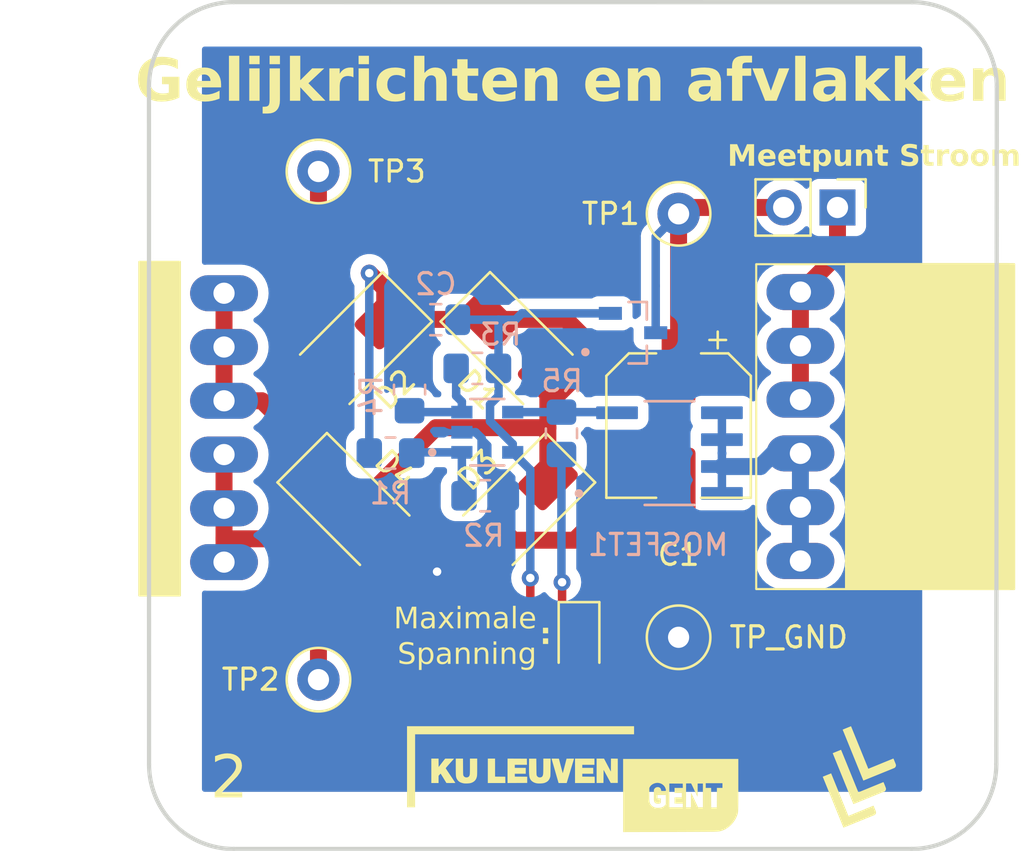
<source format=kicad_pcb>
(kicad_pcb (version 20221018) (generator pcbnew)
  (layers (0 "F.Cu" signal) (31 "B.Cu" signal) (34 "B.Paste" user) (35 "F.Paste" user) (36 "B.SilkS" user "B.Silkscreen") (37 "F.SilkS" user "F.Silkscreen") (38 "B.Mask" user) (39 "F.Mask" user) (44 "Edge.Cuts" user))
  (net 0 "")
  (net 1 "/VDC")
  (net 2 "GND")
  (net 3 "Net-(D1-A)")
  (net 4 "Net-(D2-A)")
  (net 5 "Net-(C2-P$1)")
  (net 6 "Net-(COMP1--IN)")
  (net 7 "Net-(COMP1-+IN)")
  (net 8 "Net-(COMP1-OUT)")
  (net 9 "/DRAIN")
  (net 10 "Net-(D5-K)")
  (net 11 "Net-(J1-Pin_4)")
  (footprint "Diode_SMD:D_SMA" (layer "F.Cu") (at 109.714214 64 -45)
    (fp_text reference "D4" (at 0 -2.687006 135) (layer "F.SilkS"))
    (fp_text value "MRA4007T3G")
    (pad "1" smd roundrect (at -2 0 315) (size 2.5 1.8) (layers "F.Cu" "F.Paste" "F.Mask") (roundrect_rratio 0.1388888889) (net 4 "Net-(D2-A)"))
    (pad "2" smd roundrect (at 2 0 315) (size 2.5 1.8) (layers "F.Cu" "F.Paste" "F.Mask") (roundrect_rratio 0.1388888889) (net 2 "GND"))
  )
  (footprint "TestPoint:TestPoint_Loop_D1.80mm_Drill1.0mm_Beaded" (layer "F.Cu") (at 125 50)
    (fp_text reference "TP1" (at -3.2 0) (layer "F.SilkS"))
    (fp_text value "TestPoint_Small")
    (pad "1" thru_hole circle (at 0 0) (size 2 2) (drill 1) (layers "*.Cu" "*.Mask") (net 1 "/VDC"))
  )
  (footprint "Connector_PinHeader_2.54mm:PinHeader_1x02_P2.54mm_Vertical" (layer "F.Cu") (at 132.5 49.7 -90)
    (fp_text reference "J3")
    (fp_text value "CurrentSense")
    (pad "1" thru_hole rect (at 0 0 270) (size 1.7 1.7) (drill 1) (layers "*.Cu" "*.Mask") (net 11 "Net-(J1-Pin_4)"))
    (pad "2" thru_hole oval (at 0 2.54 270) (size 1.7 1.7) (drill 1) (layers "*.Cu" "*.Mask") (net 1 "/VDC"))
  )
  (footprint "Library:Connector_Female_LLL" (layer "F.Cu") (at 131 60 180)
    (fp_text reference "J1")
    (fp_text value "Conn_01x06_Socket")
    (pad "1" thru_hole oval (at 0.25 -6.39452 180) (size 3.2 1.7) (drill 1) (layers "*.Cu" "*.Mask") (net 9 "/DRAIN"))
    (pad "2" thru_hole oval (at 0.25 -3.85452 180) (size 3.2 1.7) (drill 1) (layers "*.Cu" "*.Mask") (net 9 "/DRAIN"))
    (pad "3" thru_hole oval (at 0.25 -1.31452 180) (size 3.2 1.7) (drill 1) (layers "*.Cu" "*.Mask") (net 9 "/DRAIN"))
    (pad "4" thru_hole oval (at 0.25 1.22548 180) (size 3.2 1.7) (drill 1) (layers "*.Cu" "*.Mask") (net 11 "Net-(J1-Pin_4)"))
    (pad "5" thru_hole oval (at 0.25 3.76548 180) (size 3.2 1.7) (drill 1) (layers "*.Cu" "*.Mask") (net 11 "Net-(J1-Pin_4)"))
    (pad "6" thru_hole oval (at 0.25 6.30548 180) (size 3.2 1.7) (drill 1) (layers "*.Cu" "*.Mask") (net 11 "Net-(J1-Pin_4)"))
  )
  (footprint "TestPoint:TestPoint_Loop_D1.80mm_Drill1.0mm_Beaded" (layer "F.Cu") (at 108 72)
    (fp_text reference "TP2" (at -3.2 0) (layer "F.SilkS"))
    (fp_text value "TestPoint_Small")
    (pad "1" thru_hole circle (at 0 0) (size 2 2) (drill 1) (layers "*.Cu" "*.Mask") (net 3 "Net-(D1-A)"))
  )
  (footprint "Diode_SMD:D_SMA" (layer "F.Cu") (at 117.414214 56.4 -45)
    (fp_text reference "D1" (at 0 2.687006 135) (layer "F.SilkS"))
    (fp_text value "MRA4007T3G")
    (pad "1" smd roundrect (at -2 0 315) (size 2.5 1.8) (layers "F.Cu" "F.Paste" "F.Mask") (roundrect_rratio 0.1388888889) (net 1 "/VDC"))
    (pad "2" smd roundrect (at 2 0 315) (size 2.5 1.8) (layers "F.Cu" "F.Paste" "F.Mask") (roundrect_rratio 0.1388888889) (net 3 "Net-(D1-A)"))
  )
  (footprint "Diode_SMD:D_SMA" (layer "F.Cu") (at 109.714214 56.4 -135)
    (fp_text reference "D2" (at 0 -2.687006 45) (layer "F.SilkS"))
    (fp_text value "MRA4007T3G")
    (pad "1" smd roundrect (at -2 0 225) (size 2.5 1.8) (layers "F.Cu" "F.Paste" "F.Mask") (roundrect_rratio 0.1388888889) (net 1 "/VDC"))
    (pad "2" smd roundrect (at 2 0 225) (size 2.5 1.8) (layers "F.Cu" "F.Paste" "F.Mask") (roundrect_rratio 0.1388888889) (net 4 "Net-(D2-A)"))
  )
  (footprint "Diode_SMD:D_SMA" (layer "F.Cu") (at 117.414214 64 -135)
    (fp_text reference "D3" (at 0 2.687006 45) (layer "F.SilkS"))
    (fp_text value "MRA4007T3G")
    (pad "1" smd roundrect (at -2 0 225) (size 2.5 1.8) (layers "F.Cu" "F.Paste" "F.Mask") (roundrect_rratio 0.1388888889) (net 3 "Net-(D1-A)"))
    (pad "2" smd roundrect (at 2 0 225) (size 2.5 1.8) (layers "F.Cu" "F.Paste" "F.Mask") (roundrect_rratio 0.1388888889) (net 2 "GND"))
  )
  (footprint "LED_SMD:LED_0805_2012Metric_Pad1.15x1.40mm_HandSolder" (layer "F.Cu") (at 120.3 70.2 -90)
    (fp_text reference "D5")
    (fp_text value "LED")
    (pad "1" smd roundrect (at -1.025 0 270) (size 1.15 1.4) (layers "F.Cu" "F.Paste" "F.Mask") (roundrect_rratio 0.2173913043) (net 10 "Net-(D5-K)"))
    (pad "2" smd roundrect (at 1.025 0 270) (size 1.15 1.4) (layers "F.Cu" "F.Paste" "F.Mask") (roundrect_rratio 0.2173913043) (net 5 "Net-(C2-P$1)"))
  )
  (footprint "Library:LLL_logo_kicad_small" (layer "F.Cu") (at 133.5 76.7)
    (fp_text reference "G***")
    (fp_text value "LOGO" hide)
  )
  (footprint "Capacitor_SMD:CP_Elec_6.3x5.9" (layer "F.Cu") (at 125 60 -90)
    (fp_text reference "C1" (at 6.1 0 -180) (layer "F.SilkS"))
    (fp_text value "C_Polarized_Small")
    (pad "1" smd roundrect (at -2.8 0 270) (size 3.5 1.6) (layers "F.Cu" "F.Paste" "F.Mask") (roundrect_rratio 0.15625) (net 1 "/VDC"))
    (pad "2" smd roundrect (at 2.8 0 270) (size 3.5 1.6) (layers "F.Cu" "F.Paste" "F.Mask") (roundrect_rratio 0.15625) (net 2 "GND"))
  )
  (footprint "Library:KUL_Gent_logo_kicad_small" (layer "F.Cu") (at 120 76.7)
    (fp_text reference "G***")
    (fp_text value "LOGO" hide)
  )
  (footprint "TestPoint:TestPoint_Loop_D1.80mm_Drill1.0mm_Beaded" (layer "F.Cu") (at 108 48)
    (fp_text reference "TP3" (at 3.7 0) (layer "F.SilkS"))
    (fp_text value "TestPoint_Small")
    (pad "1" thru_hole circle (at 0 0) (size 2 2) (drill 1) (layers "*.Cu" "*.Mask") (net 4 "Net-(D2-A)"))
  )
  (footprint "Library:Connector_Male_LLL" (layer "F.Cu") (at 100.8 60.1 180)
    (fp_text reference "J2" hide)
    (fp_text value "Conn_01x06_Pin")
    (pad "1" thru_hole oval (at -2.7432 -6.35 180) (size 3.2 1.7) (drill 1) (layers "*.Cu" "*.Mask") (net 3 "Net-(D1-A)"))
    (pad "2" thru_hole oval (at -2.7432 -3.81 180) (size 3.2 1.7) (drill 1) (layers "*.Cu" "*.Mask") (net 3 "Net-(D1-A)"))
    (pad "3" thru_hole oval (at -2.7432 -1.27 180) (size 3.2 1.7) (drill 1) (layers "*.Cu" "*.Mask") (net 3 "Net-(D1-A)"))
    (pad "4" thru_hole oval (at -2.7432 1.27 180) (size 3.2 1.7) (drill 1) (layers "*.Cu" "*.Mask") (net 4 "Net-(D2-A)"))
    (pad "5" thru_hole oval (at -2.7432 3.81 180) (size 3.2 1.7) (drill 1) (layers "*.Cu" "*.Mask") (net 4 "Net-(D2-A)"))
    (pad "6" thru_hole oval (at -2.7432 6.35 180) (size 3.2 1.7) (drill 1) (layers "*.Cu" "*.Mask") (net 4 "Net-(D2-A)"))
  )
  (footprint "TestPoint:TestPoint_Loop_D2.50mm_Drill1.0mm" (layer "F.Cu") (at 125 70)
    (fp_text reference "TP_GND" (at 5.2 0) (layer "F.SilkS"))
    (fp_text value "TestPoint_Small")
    (pad "1" thru_hole circle (at 0 0) (size 2 2) (drill 1) (layers "*.Cu" "*.Mask") (net 2 "GND"))
  )
  (footprint "Resistor_SMD:R_0805_2012Metric_Pad1.20x1.40mm_HandSolder" (layer "B.Cu") (at 115.5 57.3)
    (fp_text reference "R3" (at 1.1 -1.6) (layer "B.SilkS") (effects (justify mirror)))
    (fp_text value "RESISTOR0603" hide)
    (pad "1" smd roundrect (at -1 0) (size 1.2 1.4) (layers "B.Cu" "B.Paste" "B.Mask") (roundrect_rratio 0.2083333333) (net 7 "Net-(COMP1-+IN)"))
    (pad "2" smd roundrect (at 1 0) (size 1.2 1.4) (layers "B.Cu" "B.Paste" "B.Mask") (roundrect_rratio 0.2083333333) (net 5 "Net-(C2-P$1)"))
  )
  (footprint "Library:SOT95P280X125-5N" (layer "B.Cu") (at 115.97 60.315)
    (fp_text reference "COMP1" hide)
    (fp_text value "BA8391G-TR")
    (pad "1" smd rect (at -1.2 0.95) (size 1 0.6) (layers "B.Cu" "B.Paste" "B.Mask") (net 6 "Net-(COMP1--IN)"))
    (pad "2" smd rect (at -1.2 0) (size 1 0.6) (layers "B.Cu" "B.Paste" "B.Mask") (net 2 "GND"))
    (pad "3" smd rect (at -1.2 -0.95) (size 1 0.6) (layers "B.Cu" "B.Paste" "B.Mask") (net 7 "Net-(COMP1-+IN)"))
    (pad "4" smd rect (at 1.2 -0.95) (size 1 0.6) (layers "B.Cu" "B.Paste" "B.Mask") (net 8 "Net-(COMP1-OUT)"))
    (pad "5" smd rect (at 1.2 0.95) (size 1 0.6) (layers "B.Cu" "B.Paste" "B.Mask") (net 5 "Net-(C2-P$1)"))
  )
  (footprint "Resistor_SMD:R_0805_2012Metric_Pad1.20x1.40mm_HandSolder" (layer "B.Cu") (at 115.87 63.315 180)
    (fp_text reference "R2" (at 0.07 -1.885) (layer "B.SilkS") (effects (justify mirror)))
    (fp_text value "RESISTOR0603")
    (pad "1" smd roundrect (at -1 0 180) (size 1.2 1.4) (layers "B.Cu" "B.Paste" "B.Mask") (roundrect_rratio 0.2083333333) (net 2 "GND"))
    (pad "2" smd roundrect (at 1 0 180) (size 1.2 1.4) (layers "B.Cu" "B.Paste" "B.Mask") (roundrect_rratio 0.2083333333) (net 6 "Net-(COMP1--IN)"))
  )
  (footprint "Capacitor_SMD:C_0805_2012Metric_Pad1.18x1.45mm_HandSolder" (layer "B.Cu") (at 113.5375 55 180)
    (fp_text reference "C2" (at 0 1.68) (layer "B.SilkS") (effects (justify mirror)))
    (fp_text value "10u")
    (pad "1" smd roundrect (at -1.0375 0 180) (size 1.175 1.45) (layers "B.Cu" "B.Paste" "B.Mask") (roundrect_rratio 0.2127659574) (net 5 "Net-(C2-P$1)"))
    (pad "2" smd roundrect (at 1.0375 0 180) (size 1.175 1.45) (layers "B.Cu" "B.Paste" "B.Mask") (roundrect_rratio 0.2127659574) (net 2 "GND"))
  )
  (footprint "Library:SOT91P240X110-3N" (layer "B.Cu") (at 122.85 55.615)
    (fp_text reference "U1")
    (fp_text value "ZXTR2105FQ")
    (pad "1" smd rect (at -1.07 0.915) (size 1.09 0.61) (layers "B.Cu" "B.Paste" "B.Mask") (net 2 "GND"))
    (pad "2" smd rect (at -1.07 -0.915) (size 1.09 0.61) (layers "B.Cu" "B.Paste" "B.Mask") (net 5 "Net-(C2-P$1)"))
    (pad "3" smd rect (at 1.07 0) (size 1.09 0.61) (layers "B.Cu" "B.Paste" "B.Mask") (net 1 "/VDC"))
  )
  (footprint "Resistor_SMD:R_0805_2012Metric_Pad1.20x1.40mm_HandSolder" (layer "B.Cu") (at 119.47 60.365 -90)
    (fp_text reference "R5" (at -2.465 -0.03 -180) (layer "B.SilkS") (effects (justify mirror)))
    (fp_text value "470")
    (pad "1" smd roundrect (at -1 0 270) (size 1.2 1.4) (layers "B.Cu" "B.Paste" "B.Mask") (roundrect_rratio 0.2083333333) (net 8 "Net-(COMP1-OUT)"))
    (pad "2" smd roundrect (at 1 0 270) (size 1.2 1.4) (layers "B.Cu" "B.Paste" "B.Mask") (roundrect_rratio 0.2083333333) (net 10 "Net-(D5-K)"))
  )
  (footprint "Library:SOIC127P600X175-8N" (layer "B.Cu") (at 124.57 61.3)
    (fp_text reference "MOSFET1" (at -0.535 4.335) (layer "B.SilkS") (effects (justify mirror)))
    (fp_text value "N-MOSFET-SO8S")
    (pad "1" smd roundrect (at -2.475 1.905) (size 1.97 0.6) (layers "B.Cu" "B.Paste" "B.Mask") (roundrect_rratio 0.07) (net 2 "GND"))
    (pad "2" smd roundrect (at -2.475 0.635) (size 1.97 0.6) (layers "B.Cu" "B.Paste" "B.Mask") (roundrect_rratio 0.07) (net 2 "GND"))
    (pad "3" smd roundrect (at -2.475 -0.635) (size 1.97 0.6) (layers "B.Cu" "B.Paste" "B.Mask") (roundrect_rratio 0.07) (net 2 "GND"))
    (pad "4" smd roundrect (at -2.475 -1.905) (size 1.97 0.6) (layers "B.Cu" "B.Paste" "B.Mask") (roundrect_rratio 0.07) (net 8 "Net-(COMP1-OUT)"))
    (pad "5" smd roundrect (at 2.475 -1.905) (size 1.97 0.6) (layers "B.Cu" "B.Paste" "B.Mask") (roundrect_rratio 0.07) (net 9 "/DRAIN"))
    (pad "6" smd roundrect (at 2.475 -0.635) (size 1.97 0.6) (layers "B.Cu" "B.Paste" "B.Mask") (roundrect_rratio 0.07) (net 9 "/DRAIN"))
    (pad "7" smd roundrect (at 2.475 0.635) (size 1.97 0.6) (layers "B.Cu" "B.Paste" "B.Mask") (roundrect_rratio 0.07) (net 9 "/DRAIN"))
    (pad "8" smd roundrect (at 2.475 1.905) (size 1.97 0.6) (layers "B.Cu" "B.Paste" "B.Mask") (roundrect_rratio 0.07) (net 9 "/DRAIN"))
  )
  (footprint "Resistor_SMD:R_0805_2012Metric_Pad1.20x1.40mm_HandSolder" (layer "B.Cu") (at 111.4 61.3 180)
    (fp_text reference "R1" (at 0 -1.9) (layer "B.SilkS") (effects (justify mirror)))
    (fp_text value "RESISTOR0603")
    (pad "1" smd roundrect (at -1 0 180) (size 1.2 1.4) (layers "B.Cu" "B.Paste" "B.Mask") (roundrect_rratio 0.2083333333) (net 6 "Net-(COMP1--IN)"))
    (pad "2" smd roundrect (at 1 0 180) (size 1.2 1.4) (layers "B.Cu" "B.Paste" "B.Mask") (roundrect_rratio 0.2083333333) (net 1 "/VDC"))
  )
  (footprint "Resistor_SMD:R_0805_2012Metric_Pad1.20x1.40mm_HandSolder" (layer "B.Cu") (at 112.3 58.3 -90)
    (fp_text reference "R4" (at 0.3 1.8 90) (layer "B.SilkS") (effects (justify mirror)))
    (fp_text value "RESISTOR0603")
    (pad "1" smd roundrect (at -1 0 270) (size 1.2 1.4) (layers "B.Cu" "B.Paste" "B.Mask") (roundrect_rratio 0.2083333333) (net 2 "GND"))
    (pad "2" smd roundrect (at 1 0 270) (size 1.2 1.4) (layers "B.Cu" "B.Paste" "B.Mask") (roundrect_rratio 0.2083333333) (net 7 "Net-(COMP1-+IN)"))
  )
  (gr_line (start 139.996573 75.996573) (end 140.021573 44.003427) (stroke (width 0.2)) (layer "Edge.Cuts"))
  (gr_line (start 104 40) (end 136.021573 40.003427) (stroke (width 0.2)) (layer "Edge.Cuts"))
  (gr_line (start 104.003427 79.996573) (end 135.996573 79.996573) (stroke (width 0.2)) (layer "Edge.Cuts"))
  (gr_arc (start 139.996573 75.996573) (mid 138.825 78.825) (end 135.996573 79.996573) (stroke (width 0.2)) (layer "Edge.Cuts"))
  (gr_line (start 100 44) (end 100.003427 75.996573) (stroke (width 0.2)) (layer "Edge.Cuts"))
  (gr_arc (start 136.021573 40.003427) (mid 138.85 41.175) (end 140.021573 44.003427) (stroke (width 0.2)) (layer "Edge.Cuts"))
  (gr_arc (start 100 44) (mid 101.171573 41.171573) (end 104 40) (stroke (width 0.2)) (layer "Edge.Cuts"))
  (gr_arc (start 104.003427 79.996573) (mid 101.175 78.825) (end 100.003427 75.996573) (stroke (width 0.2)) (layer "Edge.Cuts"))
  (gr_text "2" (at 102.9 77.9) (layer "F.SilkS") (effects (font (size 2 2)) (justify left bottom)))
  (gr_text ":" (at 119 69.9) (layer "F.SilkS") (effects (font (size 1 1) (thickness 0.16) bold) (justify right)))
  (gr_text "Maximale\nSpanning" (at 118.3 70) (layer "F.SilkS") (effects (font (size 1 1) (thickness 0.16)) (justify right)))
  (gr_text "Gelijkrichten en afvlakken" (at 120 45) (layer "F.SilkS") (effects (font (size 2 2) (thickness 0.3) bold) (justify bottom)))
  (gr_text "Meetpunt Stroom\n" (at 127.3 47.9) (layer "F.SilkS") (effects (font (size 1 1) (thickness 0.25) bold) (justify left bottom)))
  (segment (start 116 54.985786) (end 119.685786 54.985786) (width 0.8) (layer "F.Cu") (net 1))
  (segment (start 111.128428 54.985786) (end 111.128428 53.528428) (width 0.8) (layer "F.Cu") (net 1))
  (segment (start 119.685786 54.985786) (end 121.8 57.1) (width 0.8) (layer "F.Cu") (net 1))
  (segment (start 125 57.2) (end 125 50) (width 0.8) (layer "F.Cu") (net 1))
  (segment (start 121.8 57.1) (end 124.9 57.1) (width 0.8) (layer "F.Cu") (net 1))
  (segment (start 124.9 57.1) (end 125 57.2) (width 0.8) (layer "F.Cu") (net 1))
  (segment (start 129.96 49.7) (end 125.3 49.7) (width 0.8) (layer "F.Cu") (net 1))
  (segment (start 111.128428 53.528428) (end 110.4 52.8) (width 0.8) (layer "F.Cu") (net 1))
  (segment (start 111.128428 54.985786) (end 116 54.985786) (width 0.8) (layer "F.Cu") (net 1))
  (segment (start 125.3 49.7) (end 125 50) (width 0.8) (layer "F.Cu") (net 1))
  (via (at 110.4 52.8) (size 0.8) (drill 0.4) (layers "F.Cu" "B.Cu") (net 1))
  (segment (start 123.92 55.615) (end 123.92 53.4) (width 0.4) (layer "B.Cu") (net 1))
  (segment (start 123.92 51.08) (end 125 50) (width 0.4) (layer "B.Cu") (net 1))
  (segment (start 110.4 55.3) (end 110.4 52.8) (width 0.4) (layer "B.Cu") (net 1))
  (segment (start 110.4 61.3) (end 110.4 55.3) (width 0.4) (layer "B.Cu") (net 1))
  (segment (start 123.92 53.4) (end 123.92 51.08) (width 0.4) (layer "B.Cu") (net 1))
  (segment (start 120.085786 65.414214) (end 122.7 62.8) (width 0.8) (layer "F.Cu") (net 2))
  (segment (start 113.6 65.414214) (end 116 65.414214) (width 0.8) (layer "F.Cu") (net 2))
  (segment (start 111.128428 65.414214) (end 113.6 65.414214) (width 0.8) (layer "F.Cu") (net 2))
  (segment (start 122.7 62.8) (end 125 62.8) (width 0.8) (layer "F.Cu") (net 2))
  (segment (start 116 65.414214) (end 120.085786 65.414214) (width 0.8) (layer "F.Cu") (net 2))
  (segment (start 125 62.8) (end 125 70) (width 0.8) (layer "F.Cu") (net 2))
  (segment (start 113.6 66.9) (end 113.6 65.414214) (width 0.4) (layer "F.Cu") (net 2))
  (via (at 113.6 66.9) (size 0.8) (drill 0.4) (layers "F.Cu" "B.Cu") (net 2))
  (segment (start 112.5 56.3) (end 112.5 55) (width 0.4) (layer "B.Cu") (net 2))
  (segment (start 112.3 56.5) (end 112.5 56.3) (width 0.4) (layer "B.Cu") (net 2))
  (segment (start 114.77 60.315) (end 115.42 60.315) (width 0.4) (layer "B.Cu") (net 2))
  (segment (start 115.42 60.315) (end 115.7 60.595) (width 0.4) (layer "B.Cu") (net 2))
  (segment (start 116.87 63.315) (end 116.87 64.43) (width 0.4) (layer "B.Cu") (net 2))
  (segment (start 112.3 57.3) (end 112.3 56.5) (width 0.4) (layer "B.Cu") (net 2))
  (segment (start 116.87 64.43) (end 116.3 65) (width 0.4) (layer "B.Cu") (net 2))
  (segment (start 115.7 62.145) (end 116.87 63.315) (width 0.4) (layer "B.Cu") (net 2))
  (segment (start 115.7 60.595) (end 115.7 62.145) (width 0.4) (layer "B.Cu") (net 2))
  (segment (start 118.828428 57.814214) (end 118.828428 60.1) (width 0.8) (layer "F.Cu") (net 3))
  (segment (start 103.5432 61.37) (end 103.5432 63.91) (width 0.8) (layer "F.Cu") (net 3))
  (segment (start 113.55 60.1) (end 118.828428 60.1) (width 0.8) (layer "F.Cu") (net 3))
  (segment (start 108 72) (end 108 65.65) (width 0.8) (layer "F.Cu") (net 3))
  (segment (start 108 65.65) (end 108.3 65.35) (width 0.8) (layer "F.Cu") (net 3))
  (segment (start 103.5432 65.35) (end 108.3 65.35) (width 0.8) (layer "F.Cu") (net 3))
  (segment (start 108.3 65.35) (end 113.55 60.1) (width 0.8) (layer "F.Cu") (net 3))
  (segment (start 118.828428 60.1) (end 118.828428 62.585786) (width 0.8) (layer "F.Cu") (net 3))
  (segment (start 103.5432 65.35) (end 103.5432 63.91) (width 0.8) (layer "F.Cu") (net 3))
  (segment (start 103.5432 66.45) (end 103.5432 65.35) (width 0.8) (layer "F.Cu") (net 3))
  (segment (start 103.5432 58.83) (end 105.33 58.83) (width 0.8) (layer "F.Cu") (net 4))
  (segment (start 106.5 60) (end 108.3 60) (width 0.8) (layer "F.Cu") (net 4))
  (segment (start 108.3 57.814214) (end 108.3 60) (width 0.8) (layer "F.Cu") (net 4))
  (segment (start 108 48) (end 108 57.514214) (width 0.8) (layer "F.Cu") (net 4))
  (segment (start 108.3 60) (end 108.3 62.585786) (width 0.8) (layer "F.Cu") (net 4))
  (segment (start 105.33 58.83) (end 106.5 60) (width 0.8) (layer "F.Cu") (net 4))
  (segment (start 103.5432 53.75) (end 103.5432 56.29) (width 0.8) (layer "F.Cu") (net 4))
  (segment (start 103.5432 58.83) (end 103.5432 56.29) (width 0.8) (layer "F.Cu") (net 4))
  (segment (start 108 57.514214) (end 108.3 57.814214) (width 0.8) (layer "F.Cu") (net 4))
  (segment (start 118 67.2) (end 118 70.2) (width 0.4) (layer "F.Cu") (net 5))
  (segment (start 119.025 71.225) (end 120.3 71.225) (width 0.4) (layer "F.Cu") (net 5))
  (segment (start 118 70.2) (end 119.025 71.225) (width 0.4) (layer "F.Cu") (net 5))
  (via (at 118 67.2) (size 0.8) (drill 0.4) (layers "F.Cu" "B.Cu") (net 5))
  (segment (start 116.5 57.3) (end 116.5 55) (width 0.4) (layer "B.Cu") (net 5))
  (segment (start 116.5 58.6) (end 116.1 59) (width 0.4) (layer "B.Cu") (net 5))
  (segment (start 116.5 55) (end 117.3 55) (width 0.4) (layer "B.Cu") (net 5))
  (segment (start 114.575 55) (end 116.5 55) (width 0.4) (layer "B.Cu") (net 5))
  (segment (start 117.3 55) (end 117.6 54.7) (width 0.4) (layer "B.Cu") (net 5))
  (segment (start 118 62.095) (end 118 67.2) (width 0.4) (layer "B.Cu") (net 5))
  (segment (start 117.6 54.7) (end 121.78 54.7) (width 0.4) (layer "B.Cu") (net 5))
  (segment (start 117.17 61.265) (end 118 62.095) (width 0.4) (layer "B.Cu") (net 5))
  (segment (start 116.1 59.8) (end 117.17 60.87) (width 0.4) (layer "B.Cu") (net 5))
  (segment (start 117.17 60.87) (end 117.17 61.265) (width 0.4) (layer "B.Cu") (net 5))
  (segment (start 116.5 57.3) (end 116.5 58.6) (width 0.4) (layer "B.Cu") (net 5))
  (segment (start 116.1 59) (end 116.1 59.8) (width 0.4) (layer "B.Cu") (net 5))
  (segment (start 114.77 61.265) (end 114.77 63.215) (width 0.4) (layer "B.Cu") (net 6))
  (segment (start 112.435 61.265) (end 112.4 61.3) (width 0.4) (layer "B.Cu") (net 6))
  (segment (start 114.77 61.265) (end 112.435 61.265) (width 0.4) (layer "B.Cu") (net 6))
  (segment (start 114.77 63.215) (end 114.87 63.315) (width 0.4) (layer "B.Cu") (net 6))
  (segment (start 114.77 59.365) (end 112.365 59.365) (width 0.4) (layer "B.Cu") (net 7))
  (segment (start 114.5 58.6) (end 114.5 57.3) (width 0.4) (layer "B.Cu") (net 7))
  (segment (start 112.365 59.365) (end 112.3 59.3) (width 0.4) (layer "B.Cu") (net 7))
  (segment (start 114.77 59.365) (end 114.77 58.87) (width 0.4) (layer "B.Cu") (net 7))
  (segment (start 114.77 58.87) (end 114.5 58.6) (width 0.4) (layer "B.Cu") (net 7))
  (segment (start 119.47 59.365) (end 122.065 59.365) (width 0.4) (layer "B.Cu") (net 8))
  (segment (start 117.17 59.365) (end 119.47 59.365) (width 0.4) (layer "B.Cu") (net 8))
  (segment (start 122.065 59.365) (end 122.095 59.395) (width 0.4) (layer "B.Cu") (net 8))
  (segment (start 127.045 61.3) (end 127.05952 61.31452) (width 0.4) (layer "B.Cu") (net 9))
  (segment (start 127.045 60.665) (end 127.045 61.3) (width 0.4) (layer "B.Cu") (net 9))
  (segment (start 130.75 61.31452) (end 130.75 63.85452) (width 0.8) (layer "B.Cu") (net 9))
  (segment (start 129.48548 61.31452) (end 128.865 61.935) (width 0.8) (layer "B.Cu") (net 9))
  (segment (start 127.045 61.935) (end 127.045 63.205) (width 0.4) (layer "B.Cu") (net 9))
  (segment (start 130.75 63.85452) (end 130.75 66.39452) (width 0.8) (layer "B.Cu") (net 9))
  (segment (start 130.75 61.31452) (end 129.48548 61.31452) (width 0.8) (layer "B.Cu") (net 9))
  (segment (start 128.865 61.935) (end 127.045 61.935) (width 0.8) (layer "B.Cu") (net 9))
  (segment (start 127.045 61.3) (end 127.045 61.935) (width 0.4) (layer "B.Cu") (net 9))
  (segment (start 127.045 59.395) (end 127.045 60.665) (width 0.4) (layer "B.Cu") (net 9))
  (segment (start 119.5 67.4) (end 119.5 68.375) (width 0.4) (layer "F.Cu") (net 10))
  (segment (start 119.5 68.375) (end 120.3 69.175) (width 0.4) (layer "F.Cu") (net 10))
  (via (at 119.5 67.4) (size 0.8) (drill 0.4) (layers "F.Cu" "B.Cu") (net 10))
  (segment (start 119.47 61.365) (end 119.47 67.03) (width 0.4) (layer "B.Cu") (net 10))
  (segment (start 132.5 49.7) (end 132.5 51.94452) (width 0.8) (layer "F.Cu") (net 11))
  (segment (start 130.75 56.23452) (end 130.75 58.77452) (width 0.8) (layer "F.Cu") (net 11))
  (segment (start 130.75 53.69452) (end 130.75 56.23452) (width 0.8) (layer "F.Cu") (net 11))
  (segment (start 132.5 51.94452) (end 130.75 53.69452) (width 0.8) (layer "F.Cu") (net 11))
  (zone (net 2) (net_name "GND") (layer "B.Cu") (connect_pads yes (clearance 0.5)) (min_thickness 0.25) (fill yes (thermal_gap 0.5) (thermal_bridge_width 0.5))
    (polygon (pts (xy 102.5 42.1) (xy 136.5 42.1) (xy 136.5 77.3) (xy 102.5 77.3)))
  )
)
</source>
